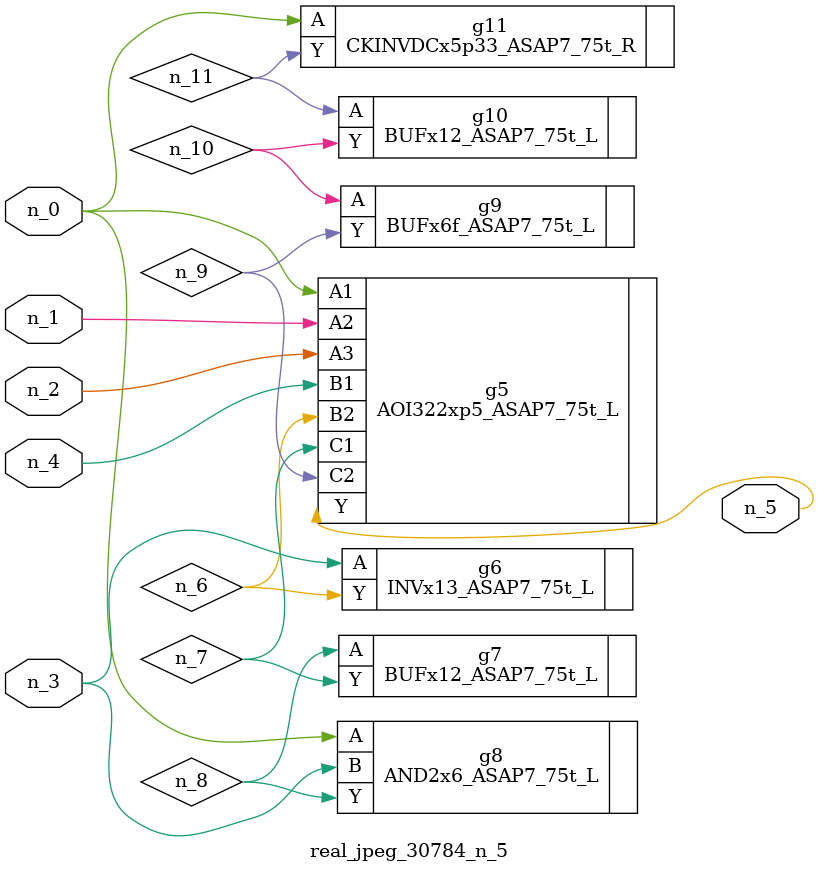
<source format=v>
module real_jpeg_30784_n_5 (n_4, n_0, n_1, n_2, n_3, n_5);

input n_4;
input n_0;
input n_1;
input n_2;
input n_3;

output n_5;

wire n_8;
wire n_11;
wire n_6;
wire n_7;
wire n_10;
wire n_9;

AOI322xp5_ASAP7_75t_L g5 ( 
.A1(n_0),
.A2(n_1),
.A3(n_2),
.B1(n_4),
.B2(n_6),
.C1(n_7),
.C2(n_9),
.Y(n_5)
);

AND2x6_ASAP7_75t_L g8 ( 
.A(n_0),
.B(n_3),
.Y(n_8)
);

CKINVDCx5p33_ASAP7_75t_R g11 ( 
.A(n_0),
.Y(n_11)
);

INVx13_ASAP7_75t_L g6 ( 
.A(n_3),
.Y(n_6)
);

BUFx12_ASAP7_75t_L g7 ( 
.A(n_8),
.Y(n_7)
);

BUFx6f_ASAP7_75t_L g9 ( 
.A(n_10),
.Y(n_9)
);

BUFx12_ASAP7_75t_L g10 ( 
.A(n_11),
.Y(n_10)
);


endmodule
</source>
